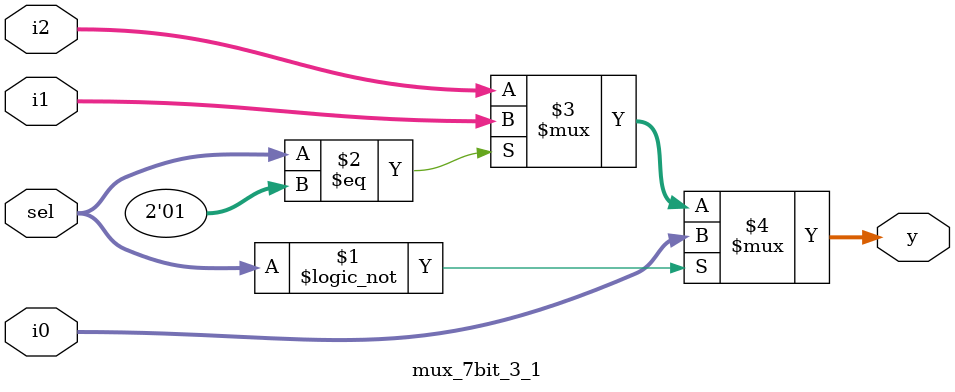
<source format=v>
module mux_7bit_3_1
(
    input[6:0] i0,
    input[6:0] i1,
    input[6:0] i2,
    input[1:0] sel, 
    output[6:0] y
);
	assign y = (sel==2'b00) ? i0 :
        (sel==2'b01) ? i1 : i2;
endmodule
</source>
